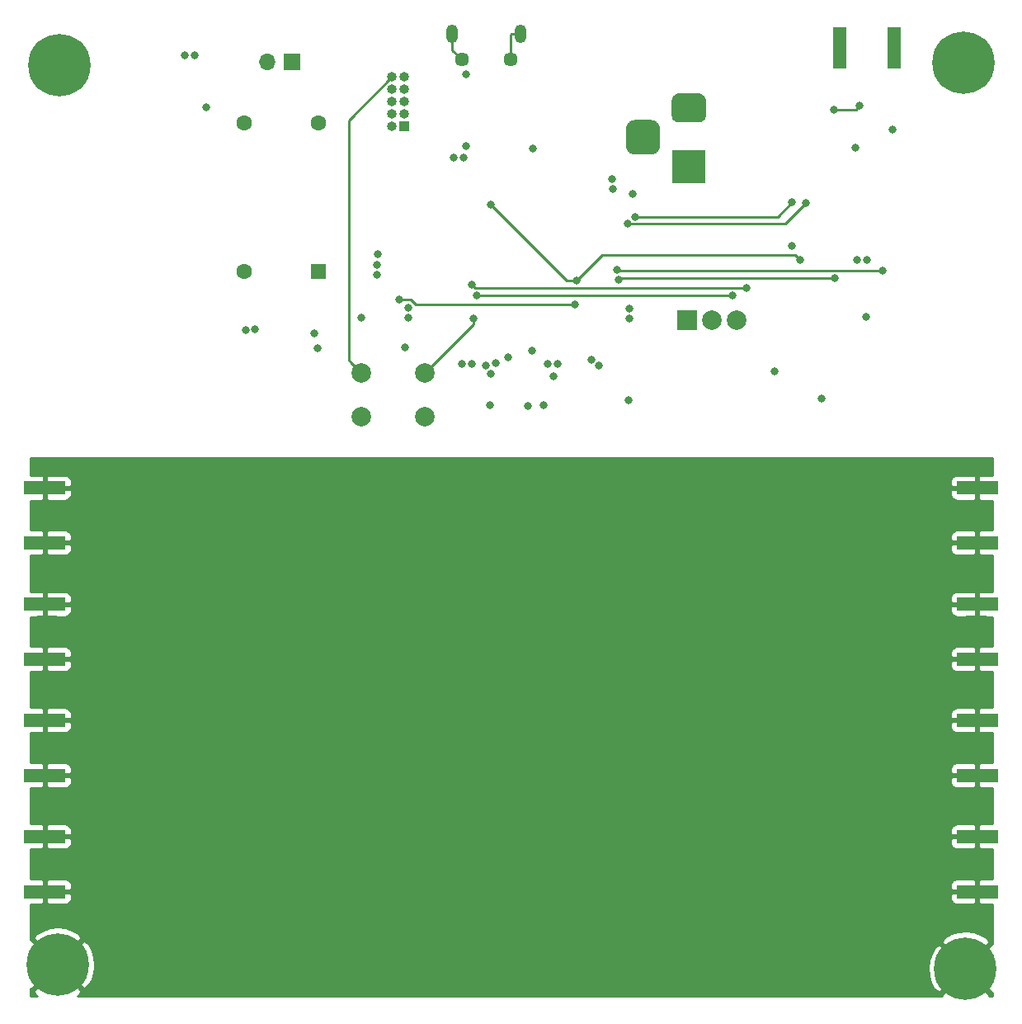
<source format=gbr>
G04 #@! TF.GenerationSoftware,KiCad,Pcbnew,5.1.5+dfsg1-2build2*
G04 #@! TF.CreationDate,2021-02-27T17:24:44-05:00*
G04 #@! TF.ProjectId,gpsdo,67707364-6f2e-46b6-9963-61645f706362,rev?*
G04 #@! TF.SameCoordinates,Original*
G04 #@! TF.FileFunction,Copper,L4,Bot*
G04 #@! TF.FilePolarity,Positive*
%FSLAX46Y46*%
G04 Gerber Fmt 4.6, Leading zero omitted, Abs format (unit mm)*
G04 Created by KiCad (PCBNEW 5.1.5+dfsg1-2build2) date 2021-02-27 17:24:44*
%MOMM*%
%LPD*%
G04 APERTURE LIST*
%ADD10R,1.350000X4.200000*%
%ADD11C,6.400000*%
%ADD12R,1.000000X1.000000*%
%ADD13O,1.000000X1.000000*%
%ADD14R,3.500000X3.500000*%
%ADD15C,0.100000*%
%ADD16C,1.450000*%
%ADD17O,1.200000X1.900000*%
%ADD18R,1.700000X1.700000*%
%ADD19O,1.700000X1.700000*%
%ADD20C,2.000000*%
%ADD21R,2.000000X2.000000*%
%ADD22R,1.600000X1.600000*%
%ADD23C,1.600000*%
%ADD24R,4.200000X1.350000*%
%ADD25C,0.800000*%
%ADD26C,0.293370*%
%ADD27C,0.250000*%
%ADD28C,0.254000*%
G04 APERTURE END LIST*
D10*
X89305000Y-2060000D03*
X83655000Y-2060000D03*
D11*
X96400000Y-3600000D03*
X3600000Y-3800000D03*
X3400000Y-96100000D03*
X96600000Y-96500000D03*
D12*
X39000000Y-10100000D03*
D13*
X37730000Y-10100000D03*
X39000000Y-8830000D03*
X37730000Y-8830000D03*
X39000000Y-7560000D03*
X37730000Y-7560000D03*
X39000000Y-6290000D03*
X37730000Y-6290000D03*
X39000000Y-5020000D03*
X37730000Y-5020000D03*
D14*
X68200000Y-14200000D03*
G04 #@! TA.AperFunction,ComponentPad*
D15*
G36*
X69273513Y-6703611D02*
G01*
X69346318Y-6714411D01*
X69417714Y-6732295D01*
X69487013Y-6757090D01*
X69553548Y-6788559D01*
X69616678Y-6826398D01*
X69675795Y-6870242D01*
X69730330Y-6919670D01*
X69779758Y-6974205D01*
X69823602Y-7033322D01*
X69861441Y-7096452D01*
X69892910Y-7162987D01*
X69917705Y-7232286D01*
X69935589Y-7303682D01*
X69946389Y-7376487D01*
X69950000Y-7450000D01*
X69950000Y-8950000D01*
X69946389Y-9023513D01*
X69935589Y-9096318D01*
X69917705Y-9167714D01*
X69892910Y-9237013D01*
X69861441Y-9303548D01*
X69823602Y-9366678D01*
X69779758Y-9425795D01*
X69730330Y-9480330D01*
X69675795Y-9529758D01*
X69616678Y-9573602D01*
X69553548Y-9611441D01*
X69487013Y-9642910D01*
X69417714Y-9667705D01*
X69346318Y-9685589D01*
X69273513Y-9696389D01*
X69200000Y-9700000D01*
X67200000Y-9700000D01*
X67126487Y-9696389D01*
X67053682Y-9685589D01*
X66982286Y-9667705D01*
X66912987Y-9642910D01*
X66846452Y-9611441D01*
X66783322Y-9573602D01*
X66724205Y-9529758D01*
X66669670Y-9480330D01*
X66620242Y-9425795D01*
X66576398Y-9366678D01*
X66538559Y-9303548D01*
X66507090Y-9237013D01*
X66482295Y-9167714D01*
X66464411Y-9096318D01*
X66453611Y-9023513D01*
X66450000Y-8950000D01*
X66450000Y-7450000D01*
X66453611Y-7376487D01*
X66464411Y-7303682D01*
X66482295Y-7232286D01*
X66507090Y-7162987D01*
X66538559Y-7096452D01*
X66576398Y-7033322D01*
X66620242Y-6974205D01*
X66669670Y-6919670D01*
X66724205Y-6870242D01*
X66783322Y-6826398D01*
X66846452Y-6788559D01*
X66912987Y-6757090D01*
X66982286Y-6732295D01*
X67053682Y-6714411D01*
X67126487Y-6703611D01*
X67200000Y-6700000D01*
X69200000Y-6700000D01*
X69273513Y-6703611D01*
G37*
G04 #@! TD.AperFunction*
G04 #@! TA.AperFunction,ComponentPad*
G36*
X64460765Y-9454213D02*
G01*
X64545704Y-9466813D01*
X64628999Y-9487677D01*
X64709848Y-9516605D01*
X64787472Y-9553319D01*
X64861124Y-9597464D01*
X64930094Y-9648616D01*
X64993718Y-9706282D01*
X65051384Y-9769906D01*
X65102536Y-9838876D01*
X65146681Y-9912528D01*
X65183395Y-9990152D01*
X65212323Y-10071001D01*
X65233187Y-10154296D01*
X65245787Y-10239235D01*
X65250000Y-10325000D01*
X65250000Y-12075000D01*
X65245787Y-12160765D01*
X65233187Y-12245704D01*
X65212323Y-12328999D01*
X65183395Y-12409848D01*
X65146681Y-12487472D01*
X65102536Y-12561124D01*
X65051384Y-12630094D01*
X64993718Y-12693718D01*
X64930094Y-12751384D01*
X64861124Y-12802536D01*
X64787472Y-12846681D01*
X64709848Y-12883395D01*
X64628999Y-12912323D01*
X64545704Y-12933187D01*
X64460765Y-12945787D01*
X64375000Y-12950000D01*
X62625000Y-12950000D01*
X62539235Y-12945787D01*
X62454296Y-12933187D01*
X62371001Y-12912323D01*
X62290152Y-12883395D01*
X62212528Y-12846681D01*
X62138876Y-12802536D01*
X62069906Y-12751384D01*
X62006282Y-12693718D01*
X61948616Y-12630094D01*
X61897464Y-12561124D01*
X61853319Y-12487472D01*
X61816605Y-12409848D01*
X61787677Y-12328999D01*
X61766813Y-12245704D01*
X61754213Y-12160765D01*
X61750000Y-12075000D01*
X61750000Y-10325000D01*
X61754213Y-10239235D01*
X61766813Y-10154296D01*
X61787677Y-10071001D01*
X61816605Y-9990152D01*
X61853319Y-9912528D01*
X61897464Y-9838876D01*
X61948616Y-9769906D01*
X62006282Y-9706282D01*
X62069906Y-9648616D01*
X62138876Y-9597464D01*
X62212528Y-9553319D01*
X62290152Y-9516605D01*
X62371001Y-9487677D01*
X62454296Y-9466813D01*
X62539235Y-9454213D01*
X62625000Y-9450000D01*
X64375000Y-9450000D01*
X64460765Y-9454213D01*
G37*
G04 #@! TD.AperFunction*
D16*
X49900000Y-3262500D03*
X44900000Y-3262500D03*
D17*
X50900000Y-562500D03*
X43900000Y-562500D03*
D18*
X27450000Y-3460000D03*
D19*
X24910000Y-3460000D03*
D20*
X41100000Y-35400000D03*
X41100000Y-39900000D03*
X34600000Y-35400000D03*
X34600000Y-39900000D03*
D21*
X68060000Y-30000000D03*
D20*
X70600000Y-30000000D03*
X73140000Y-30000000D03*
D22*
X30200000Y-25000000D03*
D23*
X22580000Y-25000000D03*
X22580000Y-9760000D03*
X30200000Y-9760000D03*
D24*
X2100000Y-52825000D03*
X2100000Y-47175000D03*
X2100000Y-59108333D03*
X2100000Y-64758333D03*
X97800000Y-76691666D03*
X97800000Y-71041666D03*
X2100000Y-88625000D03*
X2100000Y-82975000D03*
X97800000Y-52825000D03*
X97800000Y-47175000D03*
X97800000Y-59108333D03*
X97800000Y-64758333D03*
X2100000Y-71041666D03*
X2100000Y-76691666D03*
X97800000Y-82975000D03*
X97800000Y-88625000D03*
D25*
X44866664Y-51400000D03*
X10333333Y-51400000D03*
X84333328Y-51400000D03*
X25133332Y-51400000D03*
X39933331Y-51400000D03*
X49799997Y-51400000D03*
X30066665Y-51400000D03*
X34999998Y-51400000D03*
X5400000Y-51400000D03*
X79399995Y-51400000D03*
X69533329Y-51400000D03*
X15266666Y-51400000D03*
X64599996Y-51400000D03*
X20199999Y-51400000D03*
X54733330Y-51400000D03*
X59666663Y-51400000D03*
X89266661Y-51400000D03*
X94200000Y-51400000D03*
X74466662Y-51400000D03*
X44866664Y-60600000D03*
X10333333Y-60600000D03*
X84333328Y-60600000D03*
X25133332Y-60600000D03*
X39933331Y-60600000D03*
X49799997Y-60600000D03*
X30066665Y-60600000D03*
X34999998Y-60600000D03*
X5400000Y-60600000D03*
X79399995Y-60600000D03*
X69533329Y-60600000D03*
X15266666Y-60600000D03*
X64599996Y-60600000D03*
X20199999Y-60600000D03*
X54733330Y-60600000D03*
X59666663Y-60600000D03*
X89266661Y-60600000D03*
X94200000Y-60600000D03*
X74466662Y-60600000D03*
X44866664Y-63200000D03*
X10333333Y-63200000D03*
X84333328Y-63200000D03*
X25133332Y-63200000D03*
X39933331Y-63200000D03*
X49799997Y-63200000D03*
X30066665Y-63200000D03*
X34999998Y-63200000D03*
X5400000Y-63200000D03*
X79399995Y-63200000D03*
X69533329Y-63200000D03*
X15266666Y-63200000D03*
X64599996Y-63200000D03*
X20199999Y-63200000D03*
X54733330Y-63200000D03*
X59666663Y-63200000D03*
X89266661Y-63200000D03*
X94200000Y-63200000D03*
X74466662Y-63200000D03*
X44866664Y-72400000D03*
X10333333Y-72400000D03*
X84333328Y-72400000D03*
X25133332Y-72400000D03*
X39933331Y-72400000D03*
X49799997Y-72400000D03*
X30066665Y-72400000D03*
X34999998Y-72400000D03*
X5400000Y-72400000D03*
X79399995Y-72400000D03*
X69533329Y-72400000D03*
X15266666Y-72400000D03*
X64599996Y-72400000D03*
X20199999Y-72400000D03*
X54733330Y-72400000D03*
X59666663Y-72400000D03*
X89266661Y-72400000D03*
X94200000Y-72400000D03*
X74466662Y-72400000D03*
X44866664Y-75200000D03*
X10333333Y-75200000D03*
X84333328Y-75200000D03*
X25133332Y-75200000D03*
X39933331Y-75200000D03*
X49799997Y-75200000D03*
X30066665Y-75200000D03*
X34999998Y-75200000D03*
X5400000Y-75200000D03*
X79399995Y-75200000D03*
X69533329Y-75200000D03*
X15266666Y-75200000D03*
X64599996Y-75200000D03*
X20199999Y-75200000D03*
X54733330Y-75200000D03*
X59666663Y-75200000D03*
X89266661Y-75200000D03*
X94200000Y-75200000D03*
X74466662Y-75200000D03*
X44866664Y-84000000D03*
X10333333Y-84000000D03*
X84333328Y-84000000D03*
X25133332Y-84000000D03*
X39933331Y-84000000D03*
X49799997Y-84000000D03*
X30066665Y-84000000D03*
X34999998Y-84000000D03*
X5400000Y-84000000D03*
X79399995Y-84000000D03*
X69533329Y-84000000D03*
X15266666Y-84000000D03*
X64599996Y-84000000D03*
X20199999Y-84000000D03*
X54733330Y-84000000D03*
X59666663Y-84000000D03*
X89266661Y-84000000D03*
X94200000Y-84000000D03*
X74466662Y-84000000D03*
X44866664Y-87600000D03*
X10333333Y-87600000D03*
X84333328Y-87600000D03*
X25133332Y-87600000D03*
X39933331Y-87600000D03*
X49799997Y-87600000D03*
X30066665Y-87600000D03*
X34999998Y-87600000D03*
X5400000Y-87600000D03*
X79399995Y-87600000D03*
X69533329Y-87600000D03*
X15266666Y-87600000D03*
X64599996Y-87600000D03*
X20199999Y-87600000D03*
X54733330Y-87600000D03*
X59666663Y-87600000D03*
X89266661Y-87600000D03*
X94200000Y-87600000D03*
X74466662Y-87600000D03*
X89100000Y-10460000D03*
X85330000Y-12300000D03*
X85490000Y-23770000D03*
X78750000Y-22390000D03*
X86380000Y-29660000D03*
X77000000Y-35200000D03*
X52200000Y-12370000D03*
X45310000Y-4780000D03*
X45330000Y-12110000D03*
X60340000Y-15520000D03*
X62410000Y-17030000D03*
X62135791Y-29807836D03*
X58170000Y-34050000D03*
X47400000Y-34600000D03*
X44900000Y-34500000D03*
X54700003Y-34500000D03*
X53300000Y-38700000D03*
X51700000Y-38800000D03*
X47800000Y-38700000D03*
X54300000Y-35700000D03*
X52100000Y-33100000D03*
X47900000Y-35500000D03*
X49626620Y-33800000D03*
X39400000Y-28700000D03*
X23693886Y-30889569D03*
X62000000Y-38200000D03*
X45100000Y-13300000D03*
X34600000Y-29700000D03*
X29800000Y-31300000D03*
X39100000Y-32800000D03*
X36200000Y-24300000D03*
X5400000Y-48600000D03*
X15266666Y-48600000D03*
X25133332Y-48600000D03*
X34999998Y-48600000D03*
X44866664Y-48600000D03*
X54733330Y-48600000D03*
X64599996Y-48600000D03*
X74466662Y-48600000D03*
X84333328Y-48600000D03*
X94200000Y-48600000D03*
X10333333Y-48600000D03*
X20199999Y-48600000D03*
X30066665Y-48600000D03*
X39933331Y-48600000D03*
X49799997Y-48600000D03*
X59666663Y-48600000D03*
X69533329Y-48600000D03*
X79399995Y-48600000D03*
X89266661Y-48600000D03*
X18650000Y-8130000D03*
X17490000Y-2830000D03*
X46100000Y-29800000D03*
X86487836Y-23835791D03*
X81840000Y-38060000D03*
X60420000Y-16560000D03*
X62070000Y-28810000D03*
X58983057Y-34632189D03*
X48400000Y-34400000D03*
X45900000Y-34500000D03*
X53700000Y-34500000D03*
X39400000Y-29700000D03*
X22700000Y-31000000D03*
X44099997Y-13300000D03*
X30100000Y-32900000D03*
X36300000Y-23200000D03*
X36200000Y-25300000D03*
X16470000Y-2770000D03*
X72700000Y-27446695D03*
X46405598Y-27446695D03*
X45900000Y-26300000D03*
X74100000Y-26700002D03*
X83060000Y-8350000D03*
X85733315Y-7970000D03*
X56500000Y-28400000D03*
X38500000Y-27900000D03*
X79600000Y-23800000D03*
X56700000Y-25900000D03*
X47900000Y-18100000D03*
X83200000Y-25646685D03*
X61000000Y-25800000D03*
X88100000Y-24900000D03*
X60800000Y-24800000D03*
X61951746Y-20108012D03*
X80200000Y-18000000D03*
X62690573Y-19361327D03*
X78800000Y-17900000D03*
D26*
X46100000Y-30400000D02*
X46100000Y-29800000D01*
X41100000Y-35400000D02*
X46100000Y-30400000D01*
D27*
X33600001Y-34400001D02*
X34600000Y-35400000D01*
X33274999Y-34074999D02*
X33600001Y-34400001D01*
X33274999Y-9475001D02*
X33274999Y-34074999D01*
X37730000Y-5020000D02*
X33274999Y-9475001D01*
D26*
X46405598Y-27446695D02*
X46971283Y-27446695D01*
X46971283Y-27446695D02*
X72700000Y-27446695D01*
X74099998Y-26700000D02*
X74100000Y-26700002D01*
X45900000Y-26300000D02*
X46300000Y-26700000D01*
X46300000Y-26700000D02*
X74099998Y-26700000D01*
X43900000Y-2262500D02*
X44900000Y-3262500D01*
X43900000Y-562500D02*
X43900000Y-2262500D01*
X50006630Y-562500D02*
X50900000Y-562500D01*
X49900000Y-669130D02*
X50006630Y-562500D01*
X49900000Y-3262500D02*
X49900000Y-669130D01*
X85353315Y-8350000D02*
X85733315Y-7970000D01*
X83060000Y-8350000D02*
X85353315Y-8350000D01*
X39705096Y-27900000D02*
X38500000Y-27900000D01*
X40205096Y-28400000D02*
X39705096Y-27900000D01*
X56500000Y-28400000D02*
X40205096Y-28400000D01*
X79100000Y-23300000D02*
X61300000Y-23300000D01*
X79600000Y-23800000D02*
X79100000Y-23300000D01*
X59300000Y-23300000D02*
X56700000Y-25900000D01*
X61300000Y-23300000D02*
X59300000Y-23300000D01*
X55700000Y-25900000D02*
X47900000Y-18100000D01*
X56700000Y-25900000D02*
X55700000Y-25900000D01*
X61153315Y-25646685D02*
X61000000Y-25800000D01*
X83200000Y-25646685D02*
X61153315Y-25646685D01*
X60900000Y-24900000D02*
X60800000Y-24800000D01*
X88100000Y-24900000D02*
X60900000Y-24900000D01*
X78091988Y-20108012D02*
X80200000Y-18000000D01*
X61951746Y-20108012D02*
X78091988Y-20108012D01*
X77338673Y-19361327D02*
X78800000Y-17900000D01*
X62690573Y-19361327D02*
X77338673Y-19361327D01*
D28*
G36*
X99340000Y-45862876D02*
G01*
X98085750Y-45865000D01*
X97927000Y-46023750D01*
X97927000Y-47048000D01*
X97947000Y-47048000D01*
X97947000Y-47302000D01*
X97927000Y-47302000D01*
X97927000Y-48326250D01*
X98085750Y-48485000D01*
X99340000Y-48487124D01*
X99340001Y-51512876D01*
X98085750Y-51515000D01*
X97927000Y-51673750D01*
X97927000Y-52698000D01*
X97947000Y-52698000D01*
X97947000Y-52952000D01*
X97927000Y-52952000D01*
X97927000Y-53976250D01*
X98085750Y-54135000D01*
X99340001Y-54137124D01*
X99340001Y-57796209D01*
X98085750Y-57798333D01*
X97927000Y-57957083D01*
X97927000Y-58981333D01*
X97947000Y-58981333D01*
X97947000Y-59235333D01*
X97927000Y-59235333D01*
X97927000Y-60259583D01*
X98085750Y-60418333D01*
X99340001Y-60420457D01*
X99340001Y-63446209D01*
X98085750Y-63448333D01*
X97927000Y-63607083D01*
X97927000Y-64631333D01*
X97947000Y-64631333D01*
X97947000Y-64885333D01*
X97927000Y-64885333D01*
X97927000Y-65909583D01*
X98085750Y-66068333D01*
X99340001Y-66070457D01*
X99340001Y-69729542D01*
X98085750Y-69731666D01*
X97927000Y-69890416D01*
X97927000Y-70914666D01*
X97947000Y-70914666D01*
X97947000Y-71168666D01*
X97927000Y-71168666D01*
X97927000Y-72192916D01*
X98085750Y-72351666D01*
X99340001Y-72353790D01*
X99340001Y-75379542D01*
X98085750Y-75381666D01*
X97927000Y-75540416D01*
X97927000Y-76564666D01*
X97947000Y-76564666D01*
X97947000Y-76818666D01*
X97927000Y-76818666D01*
X97927000Y-77842916D01*
X98085750Y-78001666D01*
X99340001Y-78003790D01*
X99340001Y-81662876D01*
X98085750Y-81665000D01*
X97927000Y-81823750D01*
X97927000Y-82848000D01*
X97947000Y-82848000D01*
X97947000Y-83102000D01*
X97927000Y-83102000D01*
X97927000Y-84126250D01*
X98085750Y-84285000D01*
X99340001Y-84287124D01*
X99340001Y-87312876D01*
X98085750Y-87315000D01*
X97927000Y-87473750D01*
X97927000Y-88498000D01*
X97947000Y-88498000D01*
X97947000Y-88752000D01*
X97927000Y-88752000D01*
X97927000Y-89776250D01*
X98085750Y-89935000D01*
X99340001Y-89937124D01*
X99340001Y-94007500D01*
X99300881Y-93978724D01*
X96779605Y-96500000D01*
X99300881Y-99021276D01*
X99340001Y-98992500D01*
X99340001Y-99340000D01*
X99018943Y-99340000D01*
X99121276Y-99200881D01*
X96600000Y-96679605D01*
X94078724Y-99200881D01*
X94181057Y-99340000D01*
X5478034Y-99340000D01*
X5520670Y-99317555D01*
X5561088Y-99290548D01*
X5921276Y-98800881D01*
X3400000Y-96279605D01*
X878724Y-98800881D01*
X1238912Y-99290548D01*
X1330043Y-99340000D01*
X660000Y-99340000D01*
X660000Y-98592501D01*
X699119Y-98621276D01*
X3220395Y-96100000D01*
X3579605Y-96100000D01*
X6100881Y-98621276D01*
X6590548Y-98261088D01*
X6950849Y-97597118D01*
X7174694Y-96875615D01*
X7216631Y-96475695D01*
X92746520Y-96475695D01*
X92815822Y-97227938D01*
X93030548Y-97952208D01*
X93382445Y-98620670D01*
X93409452Y-98661088D01*
X93899119Y-99021276D01*
X96420395Y-96500000D01*
X93899119Y-93978724D01*
X93409452Y-94338912D01*
X93049151Y-95002882D01*
X92825306Y-95724385D01*
X92746520Y-96475695D01*
X7216631Y-96475695D01*
X7253480Y-96124305D01*
X7184178Y-95372062D01*
X6969452Y-94647792D01*
X6617555Y-93979330D01*
X6590548Y-93938912D01*
X6400503Y-93799119D01*
X94078724Y-93799119D01*
X96600000Y-96320395D01*
X99121276Y-93799119D01*
X98761088Y-93309452D01*
X98097118Y-92949151D01*
X97375615Y-92725306D01*
X96624305Y-92646520D01*
X95872062Y-92715822D01*
X95147792Y-92930548D01*
X94479330Y-93282445D01*
X94438912Y-93309452D01*
X94078724Y-93799119D01*
X6400503Y-93799119D01*
X6100881Y-93578724D01*
X3579605Y-96100000D01*
X3220395Y-96100000D01*
X699119Y-93578724D01*
X660000Y-93607499D01*
X660000Y-93399119D01*
X878724Y-93399119D01*
X3400000Y-95920395D01*
X5921276Y-93399119D01*
X5561088Y-92909452D01*
X4897118Y-92549151D01*
X4175615Y-92325306D01*
X3424305Y-92246520D01*
X2672062Y-92315822D01*
X1947792Y-92530548D01*
X1279330Y-92882445D01*
X1238912Y-92909452D01*
X878724Y-93399119D01*
X660000Y-93399119D01*
X660000Y-89936954D01*
X1814250Y-89935000D01*
X1973000Y-89776250D01*
X1973000Y-88752000D01*
X2227000Y-88752000D01*
X2227000Y-89776250D01*
X2385750Y-89935000D01*
X4200000Y-89938072D01*
X4324482Y-89925812D01*
X4444180Y-89889502D01*
X4554494Y-89830537D01*
X4651185Y-89751185D01*
X4730537Y-89654494D01*
X4789502Y-89544180D01*
X4825812Y-89424482D01*
X4838072Y-89300000D01*
X95061928Y-89300000D01*
X95074188Y-89424482D01*
X95110498Y-89544180D01*
X95169463Y-89654494D01*
X95248815Y-89751185D01*
X95345506Y-89830537D01*
X95455820Y-89889502D01*
X95575518Y-89925812D01*
X95700000Y-89938072D01*
X97514250Y-89935000D01*
X97673000Y-89776250D01*
X97673000Y-88752000D01*
X95223750Y-88752000D01*
X95065000Y-88910750D01*
X95061928Y-89300000D01*
X4838072Y-89300000D01*
X4835000Y-88910750D01*
X4676250Y-88752000D01*
X2227000Y-88752000D01*
X1973000Y-88752000D01*
X1953000Y-88752000D01*
X1953000Y-88498000D01*
X1973000Y-88498000D01*
X1973000Y-87473750D01*
X2227000Y-87473750D01*
X2227000Y-88498000D01*
X4676250Y-88498000D01*
X4835000Y-88339250D01*
X4838072Y-87950000D01*
X95061928Y-87950000D01*
X95065000Y-88339250D01*
X95223750Y-88498000D01*
X97673000Y-88498000D01*
X97673000Y-87473750D01*
X97514250Y-87315000D01*
X95700000Y-87311928D01*
X95575518Y-87324188D01*
X95455820Y-87360498D01*
X95345506Y-87419463D01*
X95248815Y-87498815D01*
X95169463Y-87595506D01*
X95110498Y-87705820D01*
X95074188Y-87825518D01*
X95061928Y-87950000D01*
X4838072Y-87950000D01*
X4825812Y-87825518D01*
X4789502Y-87705820D01*
X4730537Y-87595506D01*
X4651185Y-87498815D01*
X4554494Y-87419463D01*
X4444180Y-87360498D01*
X4324482Y-87324188D01*
X4200000Y-87311928D01*
X2385750Y-87315000D01*
X2227000Y-87473750D01*
X1973000Y-87473750D01*
X1814250Y-87315000D01*
X660000Y-87313046D01*
X660000Y-84286954D01*
X1814250Y-84285000D01*
X1973000Y-84126250D01*
X1973000Y-83102000D01*
X2227000Y-83102000D01*
X2227000Y-84126250D01*
X2385750Y-84285000D01*
X4200000Y-84288072D01*
X4324482Y-84275812D01*
X4444180Y-84239502D01*
X4554494Y-84180537D01*
X4651185Y-84101185D01*
X4730537Y-84004494D01*
X4789502Y-83894180D01*
X4825812Y-83774482D01*
X4838072Y-83650000D01*
X95061928Y-83650000D01*
X95074188Y-83774482D01*
X95110498Y-83894180D01*
X95169463Y-84004494D01*
X95248815Y-84101185D01*
X95345506Y-84180537D01*
X95455820Y-84239502D01*
X95575518Y-84275812D01*
X95700000Y-84288072D01*
X97514250Y-84285000D01*
X97673000Y-84126250D01*
X97673000Y-83102000D01*
X95223750Y-83102000D01*
X95065000Y-83260750D01*
X95061928Y-83650000D01*
X4838072Y-83650000D01*
X4835000Y-83260750D01*
X4676250Y-83102000D01*
X2227000Y-83102000D01*
X1973000Y-83102000D01*
X1953000Y-83102000D01*
X1953000Y-82848000D01*
X1973000Y-82848000D01*
X1973000Y-81823750D01*
X2227000Y-81823750D01*
X2227000Y-82848000D01*
X4676250Y-82848000D01*
X4835000Y-82689250D01*
X4838072Y-82300000D01*
X95061928Y-82300000D01*
X95065000Y-82689250D01*
X95223750Y-82848000D01*
X97673000Y-82848000D01*
X97673000Y-81823750D01*
X97514250Y-81665000D01*
X95700000Y-81661928D01*
X95575518Y-81674188D01*
X95455820Y-81710498D01*
X95345506Y-81769463D01*
X95248815Y-81848815D01*
X95169463Y-81945506D01*
X95110498Y-82055820D01*
X95074188Y-82175518D01*
X95061928Y-82300000D01*
X4838072Y-82300000D01*
X4825812Y-82175518D01*
X4789502Y-82055820D01*
X4730537Y-81945506D01*
X4651185Y-81848815D01*
X4554494Y-81769463D01*
X4444180Y-81710498D01*
X4324482Y-81674188D01*
X4200000Y-81661928D01*
X2385750Y-81665000D01*
X2227000Y-81823750D01*
X1973000Y-81823750D01*
X1814250Y-81665000D01*
X660000Y-81663046D01*
X660000Y-78003620D01*
X1814250Y-78001666D01*
X1973000Y-77842916D01*
X1973000Y-76818666D01*
X2227000Y-76818666D01*
X2227000Y-77842916D01*
X2385750Y-78001666D01*
X4200000Y-78004738D01*
X4324482Y-77992478D01*
X4444180Y-77956168D01*
X4554494Y-77897203D01*
X4651185Y-77817851D01*
X4730537Y-77721160D01*
X4789502Y-77610846D01*
X4825812Y-77491148D01*
X4838072Y-77366666D01*
X95061928Y-77366666D01*
X95074188Y-77491148D01*
X95110498Y-77610846D01*
X95169463Y-77721160D01*
X95248815Y-77817851D01*
X95345506Y-77897203D01*
X95455820Y-77956168D01*
X95575518Y-77992478D01*
X95700000Y-78004738D01*
X97514250Y-78001666D01*
X97673000Y-77842916D01*
X97673000Y-76818666D01*
X95223750Y-76818666D01*
X95065000Y-76977416D01*
X95061928Y-77366666D01*
X4838072Y-77366666D01*
X4835000Y-76977416D01*
X4676250Y-76818666D01*
X2227000Y-76818666D01*
X1973000Y-76818666D01*
X1953000Y-76818666D01*
X1953000Y-76564666D01*
X1973000Y-76564666D01*
X1973000Y-75540416D01*
X2227000Y-75540416D01*
X2227000Y-76564666D01*
X4676250Y-76564666D01*
X4835000Y-76405916D01*
X4838072Y-76016666D01*
X95061928Y-76016666D01*
X95065000Y-76405916D01*
X95223750Y-76564666D01*
X97673000Y-76564666D01*
X97673000Y-75540416D01*
X97514250Y-75381666D01*
X95700000Y-75378594D01*
X95575518Y-75390854D01*
X95455820Y-75427164D01*
X95345506Y-75486129D01*
X95248815Y-75565481D01*
X95169463Y-75662172D01*
X95110498Y-75772486D01*
X95074188Y-75892184D01*
X95061928Y-76016666D01*
X4838072Y-76016666D01*
X4825812Y-75892184D01*
X4789502Y-75772486D01*
X4730537Y-75662172D01*
X4651185Y-75565481D01*
X4554494Y-75486129D01*
X4444180Y-75427164D01*
X4324482Y-75390854D01*
X4200000Y-75378594D01*
X2385750Y-75381666D01*
X2227000Y-75540416D01*
X1973000Y-75540416D01*
X1814250Y-75381666D01*
X660000Y-75379712D01*
X660000Y-72353620D01*
X1814250Y-72351666D01*
X1973000Y-72192916D01*
X1973000Y-71168666D01*
X2227000Y-71168666D01*
X2227000Y-72192916D01*
X2385750Y-72351666D01*
X4200000Y-72354738D01*
X4324482Y-72342478D01*
X4444180Y-72306168D01*
X4554494Y-72247203D01*
X4651185Y-72167851D01*
X4730537Y-72071160D01*
X4789502Y-71960846D01*
X4825812Y-71841148D01*
X4838072Y-71716666D01*
X95061928Y-71716666D01*
X95074188Y-71841148D01*
X95110498Y-71960846D01*
X95169463Y-72071160D01*
X95248815Y-72167851D01*
X95345506Y-72247203D01*
X95455820Y-72306168D01*
X95575518Y-72342478D01*
X95700000Y-72354738D01*
X97514250Y-72351666D01*
X97673000Y-72192916D01*
X97673000Y-71168666D01*
X95223750Y-71168666D01*
X95065000Y-71327416D01*
X95061928Y-71716666D01*
X4838072Y-71716666D01*
X4835000Y-71327416D01*
X4676250Y-71168666D01*
X2227000Y-71168666D01*
X1973000Y-71168666D01*
X1953000Y-71168666D01*
X1953000Y-70914666D01*
X1973000Y-70914666D01*
X1973000Y-69890416D01*
X2227000Y-69890416D01*
X2227000Y-70914666D01*
X4676250Y-70914666D01*
X4835000Y-70755916D01*
X4838072Y-70366666D01*
X95061928Y-70366666D01*
X95065000Y-70755916D01*
X95223750Y-70914666D01*
X97673000Y-70914666D01*
X97673000Y-69890416D01*
X97514250Y-69731666D01*
X95700000Y-69728594D01*
X95575518Y-69740854D01*
X95455820Y-69777164D01*
X95345506Y-69836129D01*
X95248815Y-69915481D01*
X95169463Y-70012172D01*
X95110498Y-70122486D01*
X95074188Y-70242184D01*
X95061928Y-70366666D01*
X4838072Y-70366666D01*
X4825812Y-70242184D01*
X4789502Y-70122486D01*
X4730537Y-70012172D01*
X4651185Y-69915481D01*
X4554494Y-69836129D01*
X4444180Y-69777164D01*
X4324482Y-69740854D01*
X4200000Y-69728594D01*
X2385750Y-69731666D01*
X2227000Y-69890416D01*
X1973000Y-69890416D01*
X1814250Y-69731666D01*
X660000Y-69729712D01*
X660000Y-66070287D01*
X1814250Y-66068333D01*
X1973000Y-65909583D01*
X1973000Y-64885333D01*
X2227000Y-64885333D01*
X2227000Y-65909583D01*
X2385750Y-66068333D01*
X4200000Y-66071405D01*
X4324482Y-66059145D01*
X4444180Y-66022835D01*
X4554494Y-65963870D01*
X4651185Y-65884518D01*
X4730537Y-65787827D01*
X4789502Y-65677513D01*
X4825812Y-65557815D01*
X4838072Y-65433333D01*
X95061928Y-65433333D01*
X95074188Y-65557815D01*
X95110498Y-65677513D01*
X95169463Y-65787827D01*
X95248815Y-65884518D01*
X95345506Y-65963870D01*
X95455820Y-66022835D01*
X95575518Y-66059145D01*
X95700000Y-66071405D01*
X97514250Y-66068333D01*
X97673000Y-65909583D01*
X97673000Y-64885333D01*
X95223750Y-64885333D01*
X95065000Y-65044083D01*
X95061928Y-65433333D01*
X4838072Y-65433333D01*
X4835000Y-65044083D01*
X4676250Y-64885333D01*
X2227000Y-64885333D01*
X1973000Y-64885333D01*
X1953000Y-64885333D01*
X1953000Y-64631333D01*
X1973000Y-64631333D01*
X1973000Y-63607083D01*
X2227000Y-63607083D01*
X2227000Y-64631333D01*
X4676250Y-64631333D01*
X4835000Y-64472583D01*
X4838072Y-64083333D01*
X95061928Y-64083333D01*
X95065000Y-64472583D01*
X95223750Y-64631333D01*
X97673000Y-64631333D01*
X97673000Y-63607083D01*
X97514250Y-63448333D01*
X95700000Y-63445261D01*
X95575518Y-63457521D01*
X95455820Y-63493831D01*
X95345506Y-63552796D01*
X95248815Y-63632148D01*
X95169463Y-63728839D01*
X95110498Y-63839153D01*
X95074188Y-63958851D01*
X95061928Y-64083333D01*
X4838072Y-64083333D01*
X4825812Y-63958851D01*
X4789502Y-63839153D01*
X4730537Y-63728839D01*
X4651185Y-63632148D01*
X4554494Y-63552796D01*
X4444180Y-63493831D01*
X4324482Y-63457521D01*
X4200000Y-63445261D01*
X2385750Y-63448333D01*
X2227000Y-63607083D01*
X1973000Y-63607083D01*
X1814250Y-63448333D01*
X660000Y-63446379D01*
X660000Y-60420287D01*
X1814250Y-60418333D01*
X1973000Y-60259583D01*
X1973000Y-59235333D01*
X2227000Y-59235333D01*
X2227000Y-60259583D01*
X2385750Y-60418333D01*
X4200000Y-60421405D01*
X4324482Y-60409145D01*
X4444180Y-60372835D01*
X4554494Y-60313870D01*
X4651185Y-60234518D01*
X4730537Y-60137827D01*
X4789502Y-60027513D01*
X4825812Y-59907815D01*
X4838072Y-59783333D01*
X95061928Y-59783333D01*
X95074188Y-59907815D01*
X95110498Y-60027513D01*
X95169463Y-60137827D01*
X95248815Y-60234518D01*
X95345506Y-60313870D01*
X95455820Y-60372835D01*
X95575518Y-60409145D01*
X95700000Y-60421405D01*
X97514250Y-60418333D01*
X97673000Y-60259583D01*
X97673000Y-59235333D01*
X95223750Y-59235333D01*
X95065000Y-59394083D01*
X95061928Y-59783333D01*
X4838072Y-59783333D01*
X4835000Y-59394083D01*
X4676250Y-59235333D01*
X2227000Y-59235333D01*
X1973000Y-59235333D01*
X1953000Y-59235333D01*
X1953000Y-58981333D01*
X1973000Y-58981333D01*
X1973000Y-57957083D01*
X2227000Y-57957083D01*
X2227000Y-58981333D01*
X4676250Y-58981333D01*
X4835000Y-58822583D01*
X4838072Y-58433333D01*
X95061928Y-58433333D01*
X95065000Y-58822583D01*
X95223750Y-58981333D01*
X97673000Y-58981333D01*
X97673000Y-57957083D01*
X97514250Y-57798333D01*
X95700000Y-57795261D01*
X95575518Y-57807521D01*
X95455820Y-57843831D01*
X95345506Y-57902796D01*
X95248815Y-57982148D01*
X95169463Y-58078839D01*
X95110498Y-58189153D01*
X95074188Y-58308851D01*
X95061928Y-58433333D01*
X4838072Y-58433333D01*
X4825812Y-58308851D01*
X4789502Y-58189153D01*
X4730537Y-58078839D01*
X4651185Y-57982148D01*
X4554494Y-57902796D01*
X4444180Y-57843831D01*
X4324482Y-57807521D01*
X4200000Y-57795261D01*
X2385750Y-57798333D01*
X2227000Y-57957083D01*
X1973000Y-57957083D01*
X1814250Y-57798333D01*
X660000Y-57796379D01*
X660000Y-54136954D01*
X1814250Y-54135000D01*
X1973000Y-53976250D01*
X1973000Y-52952000D01*
X2227000Y-52952000D01*
X2227000Y-53976250D01*
X2385750Y-54135000D01*
X4200000Y-54138072D01*
X4324482Y-54125812D01*
X4444180Y-54089502D01*
X4554494Y-54030537D01*
X4651185Y-53951185D01*
X4730537Y-53854494D01*
X4789502Y-53744180D01*
X4825812Y-53624482D01*
X4838072Y-53500000D01*
X95061928Y-53500000D01*
X95074188Y-53624482D01*
X95110498Y-53744180D01*
X95169463Y-53854494D01*
X95248815Y-53951185D01*
X95345506Y-54030537D01*
X95455820Y-54089502D01*
X95575518Y-54125812D01*
X95700000Y-54138072D01*
X97514250Y-54135000D01*
X97673000Y-53976250D01*
X97673000Y-52952000D01*
X95223750Y-52952000D01*
X95065000Y-53110750D01*
X95061928Y-53500000D01*
X4838072Y-53500000D01*
X4835000Y-53110750D01*
X4676250Y-52952000D01*
X2227000Y-52952000D01*
X1973000Y-52952000D01*
X1953000Y-52952000D01*
X1953000Y-52698000D01*
X1973000Y-52698000D01*
X1973000Y-51673750D01*
X2227000Y-51673750D01*
X2227000Y-52698000D01*
X4676250Y-52698000D01*
X4835000Y-52539250D01*
X4838072Y-52150000D01*
X95061928Y-52150000D01*
X95065000Y-52539250D01*
X95223750Y-52698000D01*
X97673000Y-52698000D01*
X97673000Y-51673750D01*
X97514250Y-51515000D01*
X95700000Y-51511928D01*
X95575518Y-51524188D01*
X95455820Y-51560498D01*
X95345506Y-51619463D01*
X95248815Y-51698815D01*
X95169463Y-51795506D01*
X95110498Y-51905820D01*
X95074188Y-52025518D01*
X95061928Y-52150000D01*
X4838072Y-52150000D01*
X4825812Y-52025518D01*
X4789502Y-51905820D01*
X4730537Y-51795506D01*
X4651185Y-51698815D01*
X4554494Y-51619463D01*
X4444180Y-51560498D01*
X4324482Y-51524188D01*
X4200000Y-51511928D01*
X2385750Y-51515000D01*
X2227000Y-51673750D01*
X1973000Y-51673750D01*
X1814250Y-51515000D01*
X660000Y-51513046D01*
X660000Y-48486954D01*
X1814250Y-48485000D01*
X1973000Y-48326250D01*
X1973000Y-47302000D01*
X2227000Y-47302000D01*
X2227000Y-48326250D01*
X2385750Y-48485000D01*
X4200000Y-48488072D01*
X4324482Y-48475812D01*
X4444180Y-48439502D01*
X4554494Y-48380537D01*
X4651185Y-48301185D01*
X4730537Y-48204494D01*
X4789502Y-48094180D01*
X4825812Y-47974482D01*
X4838072Y-47850000D01*
X95061928Y-47850000D01*
X95074188Y-47974482D01*
X95110498Y-48094180D01*
X95169463Y-48204494D01*
X95248815Y-48301185D01*
X95345506Y-48380537D01*
X95455820Y-48439502D01*
X95575518Y-48475812D01*
X95700000Y-48488072D01*
X97514250Y-48485000D01*
X97673000Y-48326250D01*
X97673000Y-47302000D01*
X95223750Y-47302000D01*
X95065000Y-47460750D01*
X95061928Y-47850000D01*
X4838072Y-47850000D01*
X4835000Y-47460750D01*
X4676250Y-47302000D01*
X2227000Y-47302000D01*
X1973000Y-47302000D01*
X1953000Y-47302000D01*
X1953000Y-47048000D01*
X1973000Y-47048000D01*
X1973000Y-46023750D01*
X2227000Y-46023750D01*
X2227000Y-47048000D01*
X4676250Y-47048000D01*
X4835000Y-46889250D01*
X4838072Y-46500000D01*
X95061928Y-46500000D01*
X95065000Y-46889250D01*
X95223750Y-47048000D01*
X97673000Y-47048000D01*
X97673000Y-46023750D01*
X97514250Y-45865000D01*
X95700000Y-45861928D01*
X95575518Y-45874188D01*
X95455820Y-45910498D01*
X95345506Y-45969463D01*
X95248815Y-46048815D01*
X95169463Y-46145506D01*
X95110498Y-46255820D01*
X95074188Y-46375518D01*
X95061928Y-46500000D01*
X4838072Y-46500000D01*
X4825812Y-46375518D01*
X4789502Y-46255820D01*
X4730537Y-46145506D01*
X4651185Y-46048815D01*
X4554494Y-45969463D01*
X4444180Y-45910498D01*
X4324482Y-45874188D01*
X4200000Y-45861928D01*
X2385750Y-45865000D01*
X2227000Y-46023750D01*
X1973000Y-46023750D01*
X1814250Y-45865000D01*
X660000Y-45863046D01*
X660000Y-44127000D01*
X99340000Y-44127000D01*
X99340000Y-45862876D01*
G37*
X99340000Y-45862876D02*
X98085750Y-45865000D01*
X97927000Y-46023750D01*
X97927000Y-47048000D01*
X97947000Y-47048000D01*
X97947000Y-47302000D01*
X97927000Y-47302000D01*
X97927000Y-48326250D01*
X98085750Y-48485000D01*
X99340000Y-48487124D01*
X99340001Y-51512876D01*
X98085750Y-51515000D01*
X97927000Y-51673750D01*
X97927000Y-52698000D01*
X97947000Y-52698000D01*
X97947000Y-52952000D01*
X97927000Y-52952000D01*
X97927000Y-53976250D01*
X98085750Y-54135000D01*
X99340001Y-54137124D01*
X99340001Y-57796209D01*
X98085750Y-57798333D01*
X97927000Y-57957083D01*
X97927000Y-58981333D01*
X97947000Y-58981333D01*
X97947000Y-59235333D01*
X97927000Y-59235333D01*
X97927000Y-60259583D01*
X98085750Y-60418333D01*
X99340001Y-60420457D01*
X99340001Y-63446209D01*
X98085750Y-63448333D01*
X97927000Y-63607083D01*
X97927000Y-64631333D01*
X97947000Y-64631333D01*
X97947000Y-64885333D01*
X97927000Y-64885333D01*
X97927000Y-65909583D01*
X98085750Y-66068333D01*
X99340001Y-66070457D01*
X99340001Y-69729542D01*
X98085750Y-69731666D01*
X97927000Y-69890416D01*
X97927000Y-70914666D01*
X97947000Y-70914666D01*
X97947000Y-71168666D01*
X97927000Y-71168666D01*
X97927000Y-72192916D01*
X98085750Y-72351666D01*
X99340001Y-72353790D01*
X99340001Y-75379542D01*
X98085750Y-75381666D01*
X97927000Y-75540416D01*
X97927000Y-76564666D01*
X97947000Y-76564666D01*
X97947000Y-76818666D01*
X97927000Y-76818666D01*
X97927000Y-77842916D01*
X98085750Y-78001666D01*
X99340001Y-78003790D01*
X99340001Y-81662876D01*
X98085750Y-81665000D01*
X97927000Y-81823750D01*
X97927000Y-82848000D01*
X97947000Y-82848000D01*
X97947000Y-83102000D01*
X97927000Y-83102000D01*
X97927000Y-84126250D01*
X98085750Y-84285000D01*
X99340001Y-84287124D01*
X99340001Y-87312876D01*
X98085750Y-87315000D01*
X97927000Y-87473750D01*
X97927000Y-88498000D01*
X97947000Y-88498000D01*
X97947000Y-88752000D01*
X97927000Y-88752000D01*
X97927000Y-89776250D01*
X98085750Y-89935000D01*
X99340001Y-89937124D01*
X99340001Y-94007500D01*
X99300881Y-93978724D01*
X96779605Y-96500000D01*
X99300881Y-99021276D01*
X99340001Y-98992500D01*
X99340001Y-99340000D01*
X99018943Y-99340000D01*
X99121276Y-99200881D01*
X96600000Y-96679605D01*
X94078724Y-99200881D01*
X94181057Y-99340000D01*
X5478034Y-99340000D01*
X5520670Y-99317555D01*
X5561088Y-99290548D01*
X5921276Y-98800881D01*
X3400000Y-96279605D01*
X878724Y-98800881D01*
X1238912Y-99290548D01*
X1330043Y-99340000D01*
X660000Y-99340000D01*
X660000Y-98592501D01*
X699119Y-98621276D01*
X3220395Y-96100000D01*
X3579605Y-96100000D01*
X6100881Y-98621276D01*
X6590548Y-98261088D01*
X6950849Y-97597118D01*
X7174694Y-96875615D01*
X7216631Y-96475695D01*
X92746520Y-96475695D01*
X92815822Y-97227938D01*
X93030548Y-97952208D01*
X93382445Y-98620670D01*
X93409452Y-98661088D01*
X93899119Y-99021276D01*
X96420395Y-96500000D01*
X93899119Y-93978724D01*
X93409452Y-94338912D01*
X93049151Y-95002882D01*
X92825306Y-95724385D01*
X92746520Y-96475695D01*
X7216631Y-96475695D01*
X7253480Y-96124305D01*
X7184178Y-95372062D01*
X6969452Y-94647792D01*
X6617555Y-93979330D01*
X6590548Y-93938912D01*
X6400503Y-93799119D01*
X94078724Y-93799119D01*
X96600000Y-96320395D01*
X99121276Y-93799119D01*
X98761088Y-93309452D01*
X98097118Y-92949151D01*
X97375615Y-92725306D01*
X96624305Y-92646520D01*
X95872062Y-92715822D01*
X95147792Y-92930548D01*
X94479330Y-93282445D01*
X94438912Y-93309452D01*
X94078724Y-93799119D01*
X6400503Y-93799119D01*
X6100881Y-93578724D01*
X3579605Y-96100000D01*
X3220395Y-96100000D01*
X699119Y-93578724D01*
X660000Y-93607499D01*
X660000Y-93399119D01*
X878724Y-93399119D01*
X3400000Y-95920395D01*
X5921276Y-93399119D01*
X5561088Y-92909452D01*
X4897118Y-92549151D01*
X4175615Y-92325306D01*
X3424305Y-92246520D01*
X2672062Y-92315822D01*
X1947792Y-92530548D01*
X1279330Y-92882445D01*
X1238912Y-92909452D01*
X878724Y-93399119D01*
X660000Y-93399119D01*
X660000Y-89936954D01*
X1814250Y-89935000D01*
X1973000Y-89776250D01*
X1973000Y-88752000D01*
X2227000Y-88752000D01*
X2227000Y-89776250D01*
X2385750Y-89935000D01*
X4200000Y-89938072D01*
X4324482Y-89925812D01*
X4444180Y-89889502D01*
X4554494Y-89830537D01*
X4651185Y-89751185D01*
X4730537Y-89654494D01*
X4789502Y-89544180D01*
X4825812Y-89424482D01*
X4838072Y-89300000D01*
X95061928Y-89300000D01*
X95074188Y-89424482D01*
X95110498Y-89544180D01*
X95169463Y-89654494D01*
X95248815Y-89751185D01*
X95345506Y-89830537D01*
X95455820Y-89889502D01*
X95575518Y-89925812D01*
X95700000Y-89938072D01*
X97514250Y-89935000D01*
X97673000Y-89776250D01*
X97673000Y-88752000D01*
X95223750Y-88752000D01*
X95065000Y-88910750D01*
X95061928Y-89300000D01*
X4838072Y-89300000D01*
X4835000Y-88910750D01*
X4676250Y-88752000D01*
X2227000Y-88752000D01*
X1973000Y-88752000D01*
X1953000Y-88752000D01*
X1953000Y-88498000D01*
X1973000Y-88498000D01*
X1973000Y-87473750D01*
X2227000Y-87473750D01*
X2227000Y-88498000D01*
X4676250Y-88498000D01*
X4835000Y-88339250D01*
X4838072Y-87950000D01*
X95061928Y-87950000D01*
X95065000Y-88339250D01*
X95223750Y-88498000D01*
X97673000Y-88498000D01*
X97673000Y-87473750D01*
X97514250Y-87315000D01*
X95700000Y-87311928D01*
X95575518Y-87324188D01*
X95455820Y-87360498D01*
X95345506Y-87419463D01*
X95248815Y-87498815D01*
X95169463Y-87595506D01*
X95110498Y-87705820D01*
X95074188Y-87825518D01*
X95061928Y-87950000D01*
X4838072Y-87950000D01*
X4825812Y-87825518D01*
X4789502Y-87705820D01*
X4730537Y-87595506D01*
X4651185Y-87498815D01*
X4554494Y-87419463D01*
X4444180Y-87360498D01*
X4324482Y-87324188D01*
X4200000Y-87311928D01*
X2385750Y-87315000D01*
X2227000Y-87473750D01*
X1973000Y-87473750D01*
X1814250Y-87315000D01*
X660000Y-87313046D01*
X660000Y-84286954D01*
X1814250Y-84285000D01*
X1973000Y-84126250D01*
X1973000Y-83102000D01*
X2227000Y-83102000D01*
X2227000Y-84126250D01*
X2385750Y-84285000D01*
X4200000Y-84288072D01*
X4324482Y-84275812D01*
X4444180Y-84239502D01*
X4554494Y-84180537D01*
X4651185Y-84101185D01*
X4730537Y-84004494D01*
X4789502Y-83894180D01*
X4825812Y-83774482D01*
X4838072Y-83650000D01*
X95061928Y-83650000D01*
X95074188Y-83774482D01*
X95110498Y-83894180D01*
X95169463Y-84004494D01*
X95248815Y-84101185D01*
X95345506Y-84180537D01*
X95455820Y-84239502D01*
X95575518Y-84275812D01*
X95700000Y-84288072D01*
X97514250Y-84285000D01*
X97673000Y-84126250D01*
X97673000Y-83102000D01*
X95223750Y-83102000D01*
X95065000Y-83260750D01*
X95061928Y-83650000D01*
X4838072Y-83650000D01*
X4835000Y-83260750D01*
X4676250Y-83102000D01*
X2227000Y-83102000D01*
X1973000Y-83102000D01*
X1953000Y-83102000D01*
X1953000Y-82848000D01*
X1973000Y-82848000D01*
X1973000Y-81823750D01*
X2227000Y-81823750D01*
X2227000Y-82848000D01*
X4676250Y-82848000D01*
X4835000Y-82689250D01*
X4838072Y-82300000D01*
X95061928Y-82300000D01*
X95065000Y-82689250D01*
X95223750Y-82848000D01*
X97673000Y-82848000D01*
X97673000Y-81823750D01*
X97514250Y-81665000D01*
X95700000Y-81661928D01*
X95575518Y-81674188D01*
X95455820Y-81710498D01*
X95345506Y-81769463D01*
X95248815Y-81848815D01*
X95169463Y-81945506D01*
X95110498Y-82055820D01*
X95074188Y-82175518D01*
X95061928Y-82300000D01*
X4838072Y-82300000D01*
X4825812Y-82175518D01*
X4789502Y-82055820D01*
X4730537Y-81945506D01*
X4651185Y-81848815D01*
X4554494Y-81769463D01*
X4444180Y-81710498D01*
X4324482Y-81674188D01*
X4200000Y-81661928D01*
X2385750Y-81665000D01*
X2227000Y-81823750D01*
X1973000Y-81823750D01*
X1814250Y-81665000D01*
X660000Y-81663046D01*
X660000Y-78003620D01*
X1814250Y-78001666D01*
X1973000Y-77842916D01*
X1973000Y-76818666D01*
X2227000Y-76818666D01*
X2227000Y-77842916D01*
X2385750Y-78001666D01*
X4200000Y-78004738D01*
X4324482Y-77992478D01*
X4444180Y-77956168D01*
X4554494Y-77897203D01*
X4651185Y-77817851D01*
X4730537Y-77721160D01*
X4789502Y-77610846D01*
X4825812Y-77491148D01*
X4838072Y-77366666D01*
X95061928Y-77366666D01*
X95074188Y-77491148D01*
X95110498Y-77610846D01*
X95169463Y-77721160D01*
X95248815Y-77817851D01*
X95345506Y-77897203D01*
X95455820Y-77956168D01*
X95575518Y-77992478D01*
X95700000Y-78004738D01*
X97514250Y-78001666D01*
X97673000Y-77842916D01*
X97673000Y-76818666D01*
X95223750Y-76818666D01*
X95065000Y-76977416D01*
X95061928Y-77366666D01*
X4838072Y-77366666D01*
X4835000Y-76977416D01*
X4676250Y-76818666D01*
X2227000Y-76818666D01*
X1973000Y-76818666D01*
X1953000Y-76818666D01*
X1953000Y-76564666D01*
X1973000Y-76564666D01*
X1973000Y-75540416D01*
X2227000Y-75540416D01*
X2227000Y-76564666D01*
X4676250Y-76564666D01*
X4835000Y-76405916D01*
X4838072Y-76016666D01*
X95061928Y-76016666D01*
X95065000Y-76405916D01*
X95223750Y-76564666D01*
X97673000Y-76564666D01*
X97673000Y-75540416D01*
X97514250Y-75381666D01*
X95700000Y-75378594D01*
X95575518Y-75390854D01*
X95455820Y-75427164D01*
X95345506Y-75486129D01*
X95248815Y-75565481D01*
X95169463Y-75662172D01*
X95110498Y-75772486D01*
X95074188Y-75892184D01*
X95061928Y-76016666D01*
X4838072Y-76016666D01*
X4825812Y-75892184D01*
X4789502Y-75772486D01*
X4730537Y-75662172D01*
X4651185Y-75565481D01*
X4554494Y-75486129D01*
X4444180Y-75427164D01*
X4324482Y-75390854D01*
X4200000Y-75378594D01*
X2385750Y-75381666D01*
X2227000Y-75540416D01*
X1973000Y-75540416D01*
X1814250Y-75381666D01*
X660000Y-75379712D01*
X660000Y-72353620D01*
X1814250Y-72351666D01*
X1973000Y-72192916D01*
X1973000Y-71168666D01*
X2227000Y-71168666D01*
X2227000Y-72192916D01*
X2385750Y-72351666D01*
X4200000Y-72354738D01*
X4324482Y-72342478D01*
X4444180Y-72306168D01*
X4554494Y-72247203D01*
X4651185Y-72167851D01*
X4730537Y-72071160D01*
X4789502Y-71960846D01*
X4825812Y-71841148D01*
X4838072Y-71716666D01*
X95061928Y-71716666D01*
X95074188Y-71841148D01*
X95110498Y-71960846D01*
X95169463Y-72071160D01*
X95248815Y-72167851D01*
X95345506Y-72247203D01*
X95455820Y-72306168D01*
X95575518Y-72342478D01*
X95700000Y-72354738D01*
X97514250Y-72351666D01*
X97673000Y-72192916D01*
X97673000Y-71168666D01*
X95223750Y-71168666D01*
X95065000Y-71327416D01*
X95061928Y-71716666D01*
X4838072Y-71716666D01*
X4835000Y-71327416D01*
X4676250Y-71168666D01*
X2227000Y-71168666D01*
X1973000Y-71168666D01*
X1953000Y-71168666D01*
X1953000Y-70914666D01*
X1973000Y-70914666D01*
X1973000Y-69890416D01*
X2227000Y-69890416D01*
X2227000Y-70914666D01*
X4676250Y-70914666D01*
X4835000Y-70755916D01*
X4838072Y-70366666D01*
X95061928Y-70366666D01*
X95065000Y-70755916D01*
X95223750Y-70914666D01*
X97673000Y-70914666D01*
X97673000Y-69890416D01*
X97514250Y-69731666D01*
X95700000Y-69728594D01*
X95575518Y-69740854D01*
X95455820Y-69777164D01*
X95345506Y-69836129D01*
X95248815Y-69915481D01*
X95169463Y-70012172D01*
X95110498Y-70122486D01*
X95074188Y-70242184D01*
X95061928Y-70366666D01*
X4838072Y-70366666D01*
X4825812Y-70242184D01*
X4789502Y-70122486D01*
X4730537Y-70012172D01*
X4651185Y-69915481D01*
X4554494Y-69836129D01*
X4444180Y-69777164D01*
X4324482Y-69740854D01*
X4200000Y-69728594D01*
X2385750Y-69731666D01*
X2227000Y-69890416D01*
X1973000Y-69890416D01*
X1814250Y-69731666D01*
X660000Y-69729712D01*
X660000Y-66070287D01*
X1814250Y-66068333D01*
X1973000Y-65909583D01*
X1973000Y-64885333D01*
X2227000Y-64885333D01*
X2227000Y-65909583D01*
X2385750Y-66068333D01*
X4200000Y-66071405D01*
X4324482Y-66059145D01*
X4444180Y-66022835D01*
X4554494Y-65963870D01*
X4651185Y-65884518D01*
X4730537Y-65787827D01*
X4789502Y-65677513D01*
X4825812Y-65557815D01*
X4838072Y-65433333D01*
X95061928Y-65433333D01*
X95074188Y-65557815D01*
X95110498Y-65677513D01*
X95169463Y-65787827D01*
X95248815Y-65884518D01*
X95345506Y-65963870D01*
X95455820Y-66022835D01*
X95575518Y-66059145D01*
X95700000Y-66071405D01*
X97514250Y-66068333D01*
X97673000Y-65909583D01*
X97673000Y-64885333D01*
X95223750Y-64885333D01*
X95065000Y-65044083D01*
X95061928Y-65433333D01*
X4838072Y-65433333D01*
X4835000Y-65044083D01*
X4676250Y-64885333D01*
X2227000Y-64885333D01*
X1973000Y-64885333D01*
X1953000Y-64885333D01*
X1953000Y-64631333D01*
X1973000Y-64631333D01*
X1973000Y-63607083D01*
X2227000Y-63607083D01*
X2227000Y-64631333D01*
X4676250Y-64631333D01*
X4835000Y-64472583D01*
X4838072Y-64083333D01*
X95061928Y-64083333D01*
X95065000Y-64472583D01*
X95223750Y-64631333D01*
X97673000Y-64631333D01*
X97673000Y-63607083D01*
X97514250Y-63448333D01*
X95700000Y-63445261D01*
X95575518Y-63457521D01*
X95455820Y-63493831D01*
X95345506Y-63552796D01*
X95248815Y-63632148D01*
X95169463Y-63728839D01*
X95110498Y-63839153D01*
X95074188Y-63958851D01*
X95061928Y-64083333D01*
X4838072Y-64083333D01*
X4825812Y-63958851D01*
X4789502Y-63839153D01*
X4730537Y-63728839D01*
X4651185Y-63632148D01*
X4554494Y-63552796D01*
X4444180Y-63493831D01*
X4324482Y-63457521D01*
X4200000Y-63445261D01*
X2385750Y-63448333D01*
X2227000Y-63607083D01*
X1973000Y-63607083D01*
X1814250Y-63448333D01*
X660000Y-63446379D01*
X660000Y-60420287D01*
X1814250Y-60418333D01*
X1973000Y-60259583D01*
X1973000Y-59235333D01*
X2227000Y-59235333D01*
X2227000Y-60259583D01*
X2385750Y-60418333D01*
X4200000Y-60421405D01*
X4324482Y-60409145D01*
X4444180Y-60372835D01*
X4554494Y-60313870D01*
X4651185Y-60234518D01*
X4730537Y-60137827D01*
X4789502Y-60027513D01*
X4825812Y-59907815D01*
X4838072Y-59783333D01*
X95061928Y-59783333D01*
X95074188Y-59907815D01*
X95110498Y-60027513D01*
X95169463Y-60137827D01*
X95248815Y-60234518D01*
X95345506Y-60313870D01*
X95455820Y-60372835D01*
X95575518Y-60409145D01*
X95700000Y-60421405D01*
X97514250Y-60418333D01*
X97673000Y-60259583D01*
X97673000Y-59235333D01*
X95223750Y-59235333D01*
X95065000Y-59394083D01*
X95061928Y-59783333D01*
X4838072Y-59783333D01*
X4835000Y-59394083D01*
X4676250Y-59235333D01*
X2227000Y-59235333D01*
X1973000Y-59235333D01*
X1953000Y-59235333D01*
X1953000Y-58981333D01*
X1973000Y-58981333D01*
X1973000Y-57957083D01*
X2227000Y-57957083D01*
X2227000Y-58981333D01*
X4676250Y-58981333D01*
X4835000Y-58822583D01*
X4838072Y-58433333D01*
X95061928Y-58433333D01*
X95065000Y-58822583D01*
X95223750Y-58981333D01*
X97673000Y-58981333D01*
X97673000Y-57957083D01*
X97514250Y-57798333D01*
X95700000Y-57795261D01*
X95575518Y-57807521D01*
X95455820Y-57843831D01*
X95345506Y-57902796D01*
X95248815Y-57982148D01*
X95169463Y-58078839D01*
X95110498Y-58189153D01*
X95074188Y-58308851D01*
X95061928Y-58433333D01*
X4838072Y-58433333D01*
X4825812Y-58308851D01*
X4789502Y-58189153D01*
X4730537Y-58078839D01*
X4651185Y-57982148D01*
X4554494Y-57902796D01*
X4444180Y-57843831D01*
X4324482Y-57807521D01*
X4200000Y-57795261D01*
X2385750Y-57798333D01*
X2227000Y-57957083D01*
X1973000Y-57957083D01*
X1814250Y-57798333D01*
X660000Y-57796379D01*
X660000Y-54136954D01*
X1814250Y-54135000D01*
X1973000Y-53976250D01*
X1973000Y-52952000D01*
X2227000Y-52952000D01*
X2227000Y-53976250D01*
X2385750Y-54135000D01*
X4200000Y-54138072D01*
X4324482Y-54125812D01*
X4444180Y-54089502D01*
X4554494Y-54030537D01*
X4651185Y-53951185D01*
X4730537Y-53854494D01*
X4789502Y-53744180D01*
X4825812Y-53624482D01*
X4838072Y-53500000D01*
X95061928Y-53500000D01*
X95074188Y-53624482D01*
X95110498Y-53744180D01*
X95169463Y-53854494D01*
X95248815Y-53951185D01*
X95345506Y-54030537D01*
X95455820Y-54089502D01*
X95575518Y-54125812D01*
X95700000Y-54138072D01*
X97514250Y-54135000D01*
X97673000Y-53976250D01*
X97673000Y-52952000D01*
X95223750Y-52952000D01*
X95065000Y-53110750D01*
X95061928Y-53500000D01*
X4838072Y-53500000D01*
X4835000Y-53110750D01*
X4676250Y-52952000D01*
X2227000Y-52952000D01*
X1973000Y-52952000D01*
X1953000Y-52952000D01*
X1953000Y-52698000D01*
X1973000Y-52698000D01*
X1973000Y-51673750D01*
X2227000Y-51673750D01*
X2227000Y-52698000D01*
X4676250Y-52698000D01*
X4835000Y-52539250D01*
X4838072Y-52150000D01*
X95061928Y-52150000D01*
X95065000Y-52539250D01*
X95223750Y-52698000D01*
X97673000Y-52698000D01*
X97673000Y-51673750D01*
X97514250Y-51515000D01*
X95700000Y-51511928D01*
X95575518Y-51524188D01*
X95455820Y-51560498D01*
X95345506Y-51619463D01*
X95248815Y-51698815D01*
X95169463Y-51795506D01*
X95110498Y-51905820D01*
X95074188Y-52025518D01*
X95061928Y-52150000D01*
X4838072Y-52150000D01*
X4825812Y-52025518D01*
X4789502Y-51905820D01*
X4730537Y-51795506D01*
X4651185Y-51698815D01*
X4554494Y-51619463D01*
X4444180Y-51560498D01*
X4324482Y-51524188D01*
X4200000Y-51511928D01*
X2385750Y-51515000D01*
X2227000Y-51673750D01*
X1973000Y-51673750D01*
X1814250Y-51515000D01*
X660000Y-51513046D01*
X660000Y-48486954D01*
X1814250Y-48485000D01*
X1973000Y-48326250D01*
X1973000Y-47302000D01*
X2227000Y-47302000D01*
X2227000Y-48326250D01*
X2385750Y-48485000D01*
X4200000Y-48488072D01*
X4324482Y-48475812D01*
X4444180Y-48439502D01*
X4554494Y-48380537D01*
X4651185Y-48301185D01*
X4730537Y-48204494D01*
X4789502Y-48094180D01*
X4825812Y-47974482D01*
X4838072Y-47850000D01*
X95061928Y-47850000D01*
X95074188Y-47974482D01*
X95110498Y-48094180D01*
X95169463Y-48204494D01*
X95248815Y-48301185D01*
X95345506Y-48380537D01*
X95455820Y-48439502D01*
X95575518Y-48475812D01*
X95700000Y-48488072D01*
X97514250Y-48485000D01*
X97673000Y-48326250D01*
X97673000Y-47302000D01*
X95223750Y-47302000D01*
X95065000Y-47460750D01*
X95061928Y-47850000D01*
X4838072Y-47850000D01*
X4835000Y-47460750D01*
X4676250Y-47302000D01*
X2227000Y-47302000D01*
X1973000Y-47302000D01*
X1953000Y-47302000D01*
X1953000Y-47048000D01*
X1973000Y-47048000D01*
X1973000Y-46023750D01*
X2227000Y-46023750D01*
X2227000Y-47048000D01*
X4676250Y-47048000D01*
X4835000Y-46889250D01*
X4838072Y-46500000D01*
X95061928Y-46500000D01*
X95065000Y-46889250D01*
X95223750Y-47048000D01*
X97673000Y-47048000D01*
X97673000Y-46023750D01*
X97514250Y-45865000D01*
X95700000Y-45861928D01*
X95575518Y-45874188D01*
X95455820Y-45910498D01*
X95345506Y-45969463D01*
X95248815Y-46048815D01*
X95169463Y-46145506D01*
X95110498Y-46255820D01*
X95074188Y-46375518D01*
X95061928Y-46500000D01*
X4838072Y-46500000D01*
X4825812Y-46375518D01*
X4789502Y-46255820D01*
X4730537Y-46145506D01*
X4651185Y-46048815D01*
X4554494Y-45969463D01*
X4444180Y-45910498D01*
X4324482Y-45874188D01*
X4200000Y-45861928D01*
X2385750Y-45865000D01*
X2227000Y-46023750D01*
X1973000Y-46023750D01*
X1814250Y-45865000D01*
X660000Y-45863046D01*
X660000Y-44127000D01*
X99340000Y-44127000D01*
X99340000Y-45862876D01*
M02*

</source>
